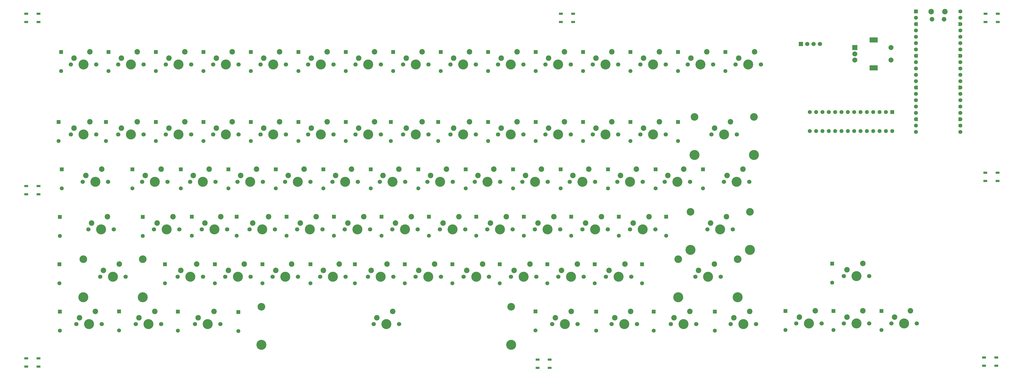
<source format=gbr>
%TF.GenerationSoftware,KiCad,Pcbnew,9.0.2*%
%TF.CreationDate,2025-06-29T16:27:35+05:30*%
%TF.ProjectId,Mechatron Schematic,4d656368-6174-4726-9f6e-20536368656d,rev?*%
%TF.SameCoordinates,Original*%
%TF.FileFunction,Soldermask,Bot*%
%TF.FilePolarity,Negative*%
%FSLAX46Y46*%
G04 Gerber Fmt 4.6, Leading zero omitted, Abs format (unit mm)*
G04 Created by KiCad (PCBNEW 9.0.2) date 2025-06-29 16:27:35*
%MOMM*%
%LPD*%
G01*
G04 APERTURE LIST*
G04 Aperture macros list*
%AMRoundRect*
0 Rectangle with rounded corners*
0 $1 Rounding radius*
0 $2 $3 $4 $5 $6 $7 $8 $9 X,Y pos of 4 corners*
0 Add a 4 corners polygon primitive as box body*
4,1,4,$2,$3,$4,$5,$6,$7,$8,$9,$2,$3,0*
0 Add four circle primitives for the rounded corners*
1,1,$1+$1,$2,$3*
1,1,$1+$1,$4,$5*
1,1,$1+$1,$6,$7*
1,1,$1+$1,$8,$9*
0 Add four rect primitives between the rounded corners*
20,1,$1+$1,$2,$3,$4,$5,0*
20,1,$1+$1,$4,$5,$6,$7,0*
20,1,$1+$1,$6,$7,$8,$9,0*
20,1,$1+$1,$8,$9,$2,$3,0*%
%AMFreePoly0*
4,1,37,0.603843,0.796157,0.639018,0.796157,0.711114,0.766294,0.766294,0.711114,0.796157,0.639018,0.796157,0.603843,0.800000,0.600000,0.800000,-0.600000,0.796157,-0.603843,0.796157,-0.639018,0.766294,-0.711114,0.711114,-0.766294,0.639018,-0.796157,0.603843,-0.796157,0.600000,-0.800000,0.000000,-0.800000,0.000000,-0.796148,-0.078414,-0.796148,-0.232228,-0.765552,-0.377117,-0.705537,
-0.507515,-0.618408,-0.618408,-0.507515,-0.705537,-0.377117,-0.765552,-0.232228,-0.796148,-0.078414,-0.796148,0.078414,-0.765552,0.232228,-0.705537,0.377117,-0.618408,0.507515,-0.507515,0.618408,-0.377117,0.705537,-0.232228,0.765552,-0.078414,0.796148,0.000000,0.796148,0.000000,0.800000,0.600000,0.800000,0.603843,0.796157,0.603843,0.796157,$1*%
%AMFreePoly1*
4,1,37,0.000000,0.796148,0.078414,0.796148,0.232228,0.765552,0.377117,0.705537,0.507515,0.618408,0.618408,0.507515,0.705537,0.377117,0.765552,0.232228,0.796148,0.078414,0.796148,-0.078414,0.765552,-0.232228,0.705537,-0.377117,0.618408,-0.507515,0.507515,-0.618408,0.377117,-0.705537,0.232228,-0.765552,0.078414,-0.796148,0.000000,-0.796148,0.000000,-0.800000,-0.600000,-0.800000,
-0.603843,-0.796157,-0.639018,-0.796157,-0.711114,-0.766294,-0.766294,-0.711114,-0.796157,-0.639018,-0.796157,-0.603843,-0.800000,-0.600000,-0.800000,0.600000,-0.796157,0.603843,-0.796157,0.639018,-0.766294,0.711114,-0.711114,0.766294,-0.639018,0.796157,-0.603843,0.796157,-0.600000,0.800000,0.000000,0.800000,0.000000,0.796148,0.000000,0.796148,$1*%
G04 Aperture macros list end*
%ADD10C,1.700000*%
%ADD11C,4.000000*%
%ADD12C,2.200000*%
%ADD13C,3.050000*%
%ADD14C,1.850000*%
%ADD15RoundRect,0.200000X-0.600000X-0.600000X0.600000X-0.600000X0.600000X0.600000X-0.600000X0.600000X0*%
%ADD16C,1.600000*%
%ADD17FreePoly0,0.000000*%
%ADD18FreePoly1,0.000000*%
%ADD19RoundRect,0.250000X-0.550000X0.550000X-0.550000X-0.550000X0.550000X-0.550000X0.550000X0.550000X0*%
%ADD20R,2.000000X2.000000*%
%ADD21C,2.000000*%
%ADD22R,3.200000X2.000000*%
%ADD23R,1.700000X1.700000*%
%ADD24RoundRect,0.090000X0.660000X0.360000X-0.660000X0.360000X-0.660000X-0.360000X0.660000X-0.360000X0*%
G04 APERTURE END LIST*
D10*
%TO.C,SW34*%
X200670000Y-217000000D03*
D11*
X205750000Y-217000000D03*
D10*
X210830000Y-217000000D03*
D12*
X208290000Y-211920000D03*
X201940000Y-214460000D03*
%TD*%
D10*
%TO.C,SW47*%
X186440000Y-236000000D03*
D11*
X191520000Y-236000000D03*
D10*
X196600000Y-236000000D03*
D12*
X194060000Y-230920000D03*
X187710000Y-233460000D03*
%TD*%
D10*
%TO.C,SW6*%
X209920000Y-170000000D03*
D11*
X215000000Y-170000000D03*
D10*
X220080000Y-170000000D03*
D12*
X217540000Y-164920000D03*
X211190000Y-167460000D03*
%TD*%
D13*
%TO.C,SW57*%
X119900000Y-248000000D03*
D11*
X119900000Y-263240000D03*
D10*
X126720000Y-255000000D03*
D11*
X131800000Y-255000000D03*
D10*
X136880000Y-255000000D03*
D13*
X143700000Y-248000000D03*
D11*
X143700000Y-263240000D03*
D12*
X134340000Y-249920000D03*
X127990000Y-252460000D03*
%TD*%
D10*
%TO.C,SW80*%
X443420000Y-273750000D03*
D11*
X448500000Y-273750000D03*
D10*
X453580000Y-273750000D03*
D12*
X451040000Y-268670000D03*
X444690000Y-271210000D03*
%TD*%
D10*
%TO.C,SW21*%
X209920000Y-198000000D03*
D11*
X215000000Y-198000000D03*
D10*
X220080000Y-198000000D03*
D12*
X217540000Y-192920000D03*
X211190000Y-195460000D03*
%TD*%
D13*
%TO.C,SW56*%
X363000000Y-229042500D03*
D11*
X363000000Y-244282500D03*
D10*
X369820000Y-236042500D03*
D11*
X374900000Y-236042500D03*
D10*
X379980000Y-236042500D03*
D13*
X386800000Y-229042500D03*
D11*
X386800000Y-244282500D03*
D12*
X377440000Y-230962500D03*
X371090000Y-233502500D03*
%TD*%
D10*
%TO.C,SW10*%
X285920000Y-170000000D03*
D11*
X291000000Y-170000000D03*
D10*
X296080000Y-170000000D03*
D12*
X293540000Y-164920000D03*
X287190000Y-167460000D03*
%TD*%
D10*
%TO.C,SW18*%
X152920000Y-198000000D03*
D11*
X158000000Y-198000000D03*
D10*
X163080000Y-198000000D03*
D12*
X160540000Y-192920000D03*
X154190000Y-195460000D03*
%TD*%
D10*
%TO.C,SW63*%
X252920000Y-255007500D03*
D11*
X258000000Y-255007500D03*
D10*
X263080000Y-255007500D03*
D12*
X260540000Y-249927500D03*
X254190000Y-252467500D03*
%TD*%
D10*
%TO.C,SW58*%
X157720000Y-255000000D03*
D11*
X162800000Y-255000000D03*
D10*
X167880000Y-255000000D03*
D12*
X165340000Y-249920000D03*
X158990000Y-252460000D03*
%TD*%
D10*
%TO.C,SW44*%
X121920000Y-236000000D03*
D11*
X127000000Y-236000000D03*
D10*
X132080000Y-236000000D03*
D12*
X129540000Y-230920000D03*
X123190000Y-233460000D03*
%TD*%
D10*
%TO.C,SW4*%
X171920000Y-170000000D03*
D11*
X177000000Y-170000000D03*
D10*
X182080000Y-170000000D03*
D12*
X179540000Y-164920000D03*
X173190000Y-167460000D03*
%TD*%
D10*
%TO.C,SW78*%
X405340000Y-273750000D03*
D11*
X410420000Y-273750000D03*
D10*
X415500000Y-273750000D03*
D12*
X412960000Y-268670000D03*
X406610000Y-271210000D03*
%TD*%
D10*
%TO.C,SW52*%
X281680000Y-236000000D03*
D11*
X286760000Y-236000000D03*
D10*
X291840000Y-236000000D03*
D12*
X289300000Y-230920000D03*
X282950000Y-233460000D03*
%TD*%
D10*
%TO.C,SW42*%
X352670000Y-217000000D03*
D11*
X357750000Y-217000000D03*
D10*
X362830000Y-217000000D03*
D12*
X360290000Y-211920000D03*
X353940000Y-214460000D03*
%TD*%
D10*
%TO.C,SW5*%
X190920000Y-170000000D03*
D11*
X196000000Y-170000000D03*
D10*
X201080000Y-170000000D03*
D12*
X198540000Y-164920000D03*
X192190000Y-167460000D03*
%TD*%
D10*
%TO.C,SW38*%
X276670000Y-217000000D03*
D11*
X281750000Y-217000000D03*
D10*
X286830000Y-217000000D03*
D12*
X284290000Y-211920000D03*
X277940000Y-214460000D03*
%TD*%
D13*
%TO.C,SW73*%
X191250000Y-267000000D03*
D11*
X191250000Y-282240000D03*
D10*
X236170000Y-274000000D03*
D11*
X241250000Y-274000000D03*
D10*
X246330000Y-274000000D03*
D13*
X291250000Y-267000000D03*
D11*
X291250000Y-282240000D03*
D12*
X243790000Y-268920000D03*
X237440000Y-271460000D03*
%TD*%
D10*
%TO.C,SW66*%
X310120000Y-255007500D03*
D11*
X315200000Y-255007500D03*
D10*
X320280000Y-255007500D03*
D12*
X317740000Y-249927500D03*
X311390000Y-252467500D03*
%TD*%
D10*
%TO.C,SW25*%
X285920000Y-198000000D03*
D11*
X291000000Y-198000000D03*
D10*
X296080000Y-198000000D03*
D12*
X293540000Y-192920000D03*
X287190000Y-195460000D03*
%TD*%
D10*
%TO.C,SW8*%
X247920000Y-170000000D03*
D11*
X253000000Y-170000000D03*
D10*
X258080000Y-170000000D03*
D12*
X255540000Y-164920000D03*
X249190000Y-167460000D03*
%TD*%
D10*
%TO.C,SW26*%
X304920000Y-198000000D03*
D11*
X310000000Y-198000000D03*
D10*
X315080000Y-198000000D03*
D12*
X312540000Y-192920000D03*
X306190000Y-195460000D03*
%TD*%
D10*
%TO.C,SW46*%
X167340000Y-236000000D03*
D11*
X172420000Y-236000000D03*
D10*
X177500000Y-236000000D03*
D12*
X174960000Y-230920000D03*
X168610000Y-233460000D03*
%TD*%
D10*
%TO.C,SW53*%
X300730000Y-236050000D03*
D11*
X305810000Y-236050000D03*
D10*
X310890000Y-236050000D03*
D12*
X308350000Y-230970000D03*
X302000000Y-233510000D03*
%TD*%
D10*
%TO.C,SW16*%
X114920000Y-198000000D03*
D11*
X120000000Y-198000000D03*
D10*
X125080000Y-198000000D03*
D12*
X122540000Y-192920000D03*
X116190000Y-195460000D03*
%TD*%
%TO.C,A1*%
X459385000Y-148870000D03*
D14*
X459685000Y-151900000D03*
X464535000Y-151900000D03*
D12*
X464835000Y-148870000D03*
D15*
X453220000Y-148740000D03*
D16*
X453220000Y-151280000D03*
D17*
X453220000Y-153820000D03*
D16*
X453220000Y-156360000D03*
X453220000Y-158900000D03*
X453220000Y-161440000D03*
X453220000Y-163980000D03*
D17*
X453220000Y-166520000D03*
D16*
X453220000Y-169060000D03*
X453220000Y-171600000D03*
X453220000Y-174140000D03*
X453220000Y-176680000D03*
D17*
X453220000Y-179220000D03*
D16*
X453220000Y-181760000D03*
X453220000Y-184300000D03*
X453220000Y-186840000D03*
X453220000Y-189380000D03*
D17*
X453220000Y-191920000D03*
D16*
X453220000Y-194460000D03*
X453220000Y-197000000D03*
X471000000Y-197000000D03*
X471000000Y-194460000D03*
D18*
X471000000Y-191920000D03*
D16*
X471000000Y-189380000D03*
X471000000Y-186840000D03*
X471000000Y-184300000D03*
X471000000Y-181760000D03*
D18*
X471000000Y-179220000D03*
D16*
X471000000Y-176680000D03*
X471000000Y-174140000D03*
X471000000Y-171600000D03*
X471000000Y-169060000D03*
D18*
X471000000Y-166520000D03*
D16*
X471000000Y-163980000D03*
X471000000Y-161440000D03*
X471000000Y-158900000D03*
X471000000Y-156360000D03*
D18*
X471000000Y-153820000D03*
D16*
X471000000Y-151280000D03*
X471000000Y-148740000D03*
%TD*%
D10*
%TO.C,SW51*%
X262640000Y-236050000D03*
D11*
X267720000Y-236050000D03*
D10*
X272800000Y-236050000D03*
D12*
X270260000Y-230970000D03*
X263910000Y-233510000D03*
%TD*%
D10*
%TO.C,SW31*%
X143500000Y-217000000D03*
D11*
X148580000Y-217000000D03*
D10*
X153660000Y-217000000D03*
D12*
X151120000Y-211920000D03*
X144770000Y-214460000D03*
%TD*%
D10*
%TO.C,SW33*%
X181670000Y-217000000D03*
D11*
X186750000Y-217000000D03*
D10*
X191830000Y-217000000D03*
D12*
X189290000Y-211920000D03*
X182940000Y-214460000D03*
%TD*%
D10*
%TO.C,SW2*%
X133920000Y-170000000D03*
D11*
X139000000Y-170000000D03*
D10*
X144080000Y-170000000D03*
D12*
X141540000Y-164920000D03*
X135190000Y-167460000D03*
%TD*%
D10*
%TO.C,SW9*%
X266920000Y-170000000D03*
D11*
X272000000Y-170000000D03*
D10*
X277080000Y-170000000D03*
D12*
X274540000Y-164920000D03*
X268190000Y-167460000D03*
%TD*%
D10*
%TO.C,SW79*%
X424420000Y-273750000D03*
D11*
X429500000Y-273750000D03*
D10*
X434580000Y-273750000D03*
D12*
X432040000Y-268670000D03*
X425690000Y-271210000D03*
%TD*%
D10*
%TO.C,SW45*%
X148170000Y-236000000D03*
D11*
X153250000Y-236000000D03*
D10*
X158330000Y-236000000D03*
D12*
X155790000Y-230920000D03*
X149440000Y-233460000D03*
%TD*%
D10*
%TO.C,SW48*%
X205540000Y-236000000D03*
D11*
X210620000Y-236000000D03*
D10*
X215700000Y-236000000D03*
D12*
X213160000Y-230920000D03*
X206810000Y-233460000D03*
%TD*%
D10*
%TO.C,SW54*%
X319740000Y-236050000D03*
D11*
X324820000Y-236050000D03*
D10*
X329900000Y-236050000D03*
D12*
X327360000Y-230970000D03*
X321010000Y-233510000D03*
%TD*%
D10*
%TO.C,SW41*%
X333670000Y-217000000D03*
D11*
X338750000Y-217000000D03*
D10*
X343830000Y-217000000D03*
D12*
X341290000Y-211920000D03*
X334940000Y-214460000D03*
%TD*%
D10*
%TO.C,SW76*%
X355170000Y-274000000D03*
D11*
X360250000Y-274000000D03*
D10*
X365330000Y-274000000D03*
D12*
X362790000Y-268920000D03*
X356440000Y-271460000D03*
%TD*%
D10*
%TO.C,SW49*%
X224590000Y-236050000D03*
D11*
X229670000Y-236050000D03*
D10*
X234750000Y-236050000D03*
D12*
X232210000Y-230970000D03*
X225860000Y-233510000D03*
%TD*%
D10*
%TO.C,SW67*%
X329120000Y-255007500D03*
D11*
X334200000Y-255007500D03*
D10*
X339280000Y-255007500D03*
D12*
X336740000Y-249927500D03*
X330390000Y-252467500D03*
%TD*%
D10*
%TO.C,SW55*%
X338810000Y-236050000D03*
D11*
X343890000Y-236050000D03*
D10*
X348970000Y-236050000D03*
D12*
X346430000Y-230970000D03*
X340080000Y-233510000D03*
%TD*%
D10*
%TO.C,SW74*%
X307670000Y-274000000D03*
D11*
X312750000Y-274000000D03*
D10*
X317830000Y-274000000D03*
D12*
X315290000Y-268920000D03*
X308940000Y-271460000D03*
%TD*%
D10*
%TO.C,SW70*%
X117170000Y-274000000D03*
D11*
X122250000Y-274000000D03*
D10*
X127330000Y-274000000D03*
D12*
X124790000Y-268920000D03*
X118440000Y-271460000D03*
%TD*%
D10*
%TO.C,SW60*%
X195720000Y-255000000D03*
D11*
X200800000Y-255000000D03*
D10*
X205880000Y-255000000D03*
D12*
X203340000Y-249920000D03*
X196990000Y-252460000D03*
%TD*%
D10*
%TO.C,SW75*%
X331420000Y-274000000D03*
D11*
X336500000Y-274000000D03*
D10*
X341580000Y-274000000D03*
D12*
X339040000Y-268920000D03*
X332690000Y-271460000D03*
%TD*%
D10*
%TO.C,SW23*%
X247920000Y-198000000D03*
D11*
X253000000Y-198000000D03*
D10*
X258080000Y-198000000D03*
D12*
X255540000Y-192920000D03*
X249190000Y-195460000D03*
%TD*%
D19*
%TO.C,U1*%
X443780000Y-189050000D03*
D16*
X441240000Y-189050000D03*
X438700000Y-189050000D03*
X436160000Y-189050000D03*
X433620000Y-189050000D03*
X431080000Y-189050000D03*
X428540000Y-189050000D03*
X426000000Y-189050000D03*
X423460000Y-189050000D03*
X420920000Y-189050000D03*
X418380000Y-189050000D03*
X415840000Y-189050000D03*
X413300000Y-189050000D03*
X410760000Y-189050000D03*
X410760000Y-196670000D03*
X413300000Y-196670000D03*
X415840000Y-196670000D03*
X418380000Y-196670000D03*
X420920000Y-196670000D03*
X423460000Y-196670000D03*
X426000000Y-196670000D03*
X428540000Y-196670000D03*
X431080000Y-196670000D03*
X433620000Y-196670000D03*
X436160000Y-196670000D03*
X438700000Y-196670000D03*
X441240000Y-196670000D03*
X443780000Y-196670000D03*
%TD*%
D13*
%TO.C,SW68*%
X358100000Y-248000000D03*
D11*
X358100000Y-263240000D03*
D10*
X364920000Y-255000000D03*
D11*
X370000000Y-255000000D03*
D10*
X375080000Y-255000000D03*
D13*
X381900000Y-248000000D03*
D11*
X381900000Y-263240000D03*
D12*
X372540000Y-249920000D03*
X366190000Y-252460000D03*
%TD*%
D10*
%TO.C,SW50*%
X243640000Y-236000000D03*
D11*
X248720000Y-236000000D03*
D10*
X253800000Y-236000000D03*
D12*
X251260000Y-230920000D03*
X244910000Y-233460000D03*
%TD*%
D10*
%TO.C,SW72*%
X164670000Y-274000000D03*
D11*
X169750000Y-274000000D03*
D10*
X174830000Y-274000000D03*
D12*
X172290000Y-268920000D03*
X165940000Y-271460000D03*
%TD*%
D10*
%TO.C,SW65*%
X291120000Y-255000000D03*
D11*
X296200000Y-255000000D03*
D10*
X301280000Y-255000000D03*
D12*
X298740000Y-249920000D03*
X292390000Y-252460000D03*
%TD*%
D10*
%TO.C,SW37*%
X257670000Y-217000000D03*
D11*
X262750000Y-217000000D03*
D10*
X267830000Y-217000000D03*
D12*
X265290000Y-211920000D03*
X258940000Y-214460000D03*
%TD*%
D10*
%TO.C,SW30*%
X119670000Y-217000000D03*
D11*
X124750000Y-217000000D03*
D10*
X129830000Y-217000000D03*
D12*
X127290000Y-211920000D03*
X120940000Y-214460000D03*
%TD*%
D10*
%TO.C,SW27*%
X323920000Y-198000000D03*
D11*
X329000000Y-198000000D03*
D10*
X334080000Y-198000000D03*
D12*
X331540000Y-192920000D03*
X325190000Y-195460000D03*
%TD*%
D10*
%TO.C,SW62*%
X233920000Y-255000000D03*
D11*
X239000000Y-255000000D03*
D10*
X244080000Y-255000000D03*
D12*
X241540000Y-249920000D03*
X235190000Y-252460000D03*
%TD*%
D10*
%TO.C,SW32*%
X162670000Y-217000000D03*
D11*
X167750000Y-217000000D03*
D10*
X172830000Y-217000000D03*
D12*
X170290000Y-211920000D03*
X163940000Y-214460000D03*
%TD*%
D10*
%TO.C,SW61*%
X214720000Y-255000000D03*
D11*
X219800000Y-255000000D03*
D10*
X224880000Y-255000000D03*
D12*
X222340000Y-249920000D03*
X215990000Y-252460000D03*
%TD*%
D10*
%TO.C,SW43*%
X376420000Y-217000000D03*
D11*
X381500000Y-217000000D03*
D10*
X386580000Y-217000000D03*
D12*
X384040000Y-211920000D03*
X377690000Y-214460000D03*
%TD*%
D10*
%TO.C,SW17*%
X133920000Y-198000000D03*
D11*
X139000000Y-198000000D03*
D10*
X144080000Y-198000000D03*
D12*
X141540000Y-192920000D03*
X135190000Y-195460000D03*
%TD*%
D20*
%TO.C,SW91*%
X428800000Y-163250000D03*
D21*
X428800000Y-168250000D03*
X428800000Y-165750000D03*
D22*
X436300000Y-160150000D03*
X436300000Y-171350000D03*
D21*
X443300000Y-168250000D03*
X443300000Y-163250000D03*
%TD*%
D10*
%TO.C,SW64*%
X272120000Y-255007500D03*
D11*
X277200000Y-255007500D03*
D10*
X282280000Y-255007500D03*
D12*
X279740000Y-249927500D03*
X273390000Y-252467500D03*
%TD*%
D10*
%TO.C,SW28*%
X342920000Y-198000000D03*
D11*
X348000000Y-198000000D03*
D10*
X353080000Y-198000000D03*
D12*
X350540000Y-192920000D03*
X344190000Y-195460000D03*
%TD*%
D10*
%TO.C,SW40*%
X314670000Y-217000000D03*
D11*
X319750000Y-217000000D03*
D10*
X324830000Y-217000000D03*
D12*
X322290000Y-211920000D03*
X315940000Y-214460000D03*
%TD*%
D10*
%TO.C,SW22*%
X228920000Y-198000000D03*
D11*
X234000000Y-198000000D03*
D10*
X239080000Y-198000000D03*
D12*
X236540000Y-192920000D03*
X230190000Y-195460000D03*
%TD*%
D10*
%TO.C,SW39*%
X295670000Y-217000000D03*
D11*
X300750000Y-217000000D03*
D10*
X305830000Y-217000000D03*
D12*
X303290000Y-211920000D03*
X296940000Y-214460000D03*
%TD*%
D10*
%TO.C,SW15*%
X381000000Y-170000000D03*
D11*
X386080000Y-170000000D03*
D10*
X391160000Y-170000000D03*
D12*
X388620000Y-164920000D03*
X382270000Y-167460000D03*
%TD*%
D10*
%TO.C,SW12*%
X323920000Y-170000000D03*
D11*
X329000000Y-170000000D03*
D10*
X334080000Y-170000000D03*
D12*
X331540000Y-164920000D03*
X325190000Y-167460000D03*
%TD*%
D10*
%TO.C,SW3*%
X152920000Y-170000000D03*
D11*
X158000000Y-170000000D03*
D10*
X163080000Y-170000000D03*
D12*
X160540000Y-164920000D03*
X154190000Y-167460000D03*
%TD*%
D10*
%TO.C,SW1*%
X114920000Y-170000000D03*
D11*
X120000000Y-170000000D03*
D10*
X125080000Y-170000000D03*
D12*
X122540000Y-164920000D03*
X116190000Y-167460000D03*
%TD*%
D23*
%TO.C,J1*%
X407240000Y-161800000D03*
D10*
X409780000Y-161800000D03*
X412320000Y-161800000D03*
X414860000Y-161800000D03*
%TD*%
%TO.C,SW24*%
X266920000Y-198000000D03*
D11*
X272000000Y-198000000D03*
D10*
X277080000Y-198000000D03*
D12*
X274540000Y-192920000D03*
X268190000Y-195460000D03*
%TD*%
D10*
%TO.C,SW20*%
X190920000Y-198000000D03*
D11*
X196000000Y-198000000D03*
D10*
X201080000Y-198000000D03*
D12*
X198540000Y-192920000D03*
X192190000Y-195460000D03*
%TD*%
D10*
%TO.C,SW69*%
X424420000Y-254750000D03*
D11*
X429500000Y-254750000D03*
D10*
X434580000Y-254750000D03*
D12*
X432040000Y-249670000D03*
X425690000Y-252210000D03*
%TD*%
D10*
%TO.C,SW71*%
X140920000Y-274000000D03*
D11*
X146000000Y-274000000D03*
D10*
X151080000Y-274000000D03*
D12*
X148540000Y-268920000D03*
X142190000Y-271460000D03*
%TD*%
D10*
%TO.C,SW19*%
X171920000Y-198000000D03*
D11*
X177000000Y-198000000D03*
D10*
X182080000Y-198000000D03*
D12*
X179540000Y-192920000D03*
X173190000Y-195460000D03*
%TD*%
D10*
%TO.C,SW13*%
X342920000Y-170000000D03*
D11*
X348000000Y-170000000D03*
D10*
X353080000Y-170000000D03*
D12*
X350540000Y-164920000D03*
X344190000Y-167460000D03*
%TD*%
D10*
%TO.C,SW35*%
X219670000Y-217000000D03*
D11*
X224750000Y-217000000D03*
D10*
X229830000Y-217000000D03*
D12*
X227290000Y-211920000D03*
X220940000Y-214460000D03*
%TD*%
D10*
%TO.C,SW77*%
X379090000Y-274000000D03*
D11*
X384170000Y-274000000D03*
D10*
X389250000Y-274000000D03*
D12*
X386710000Y-268920000D03*
X380360000Y-271460000D03*
%TD*%
D13*
%TO.C,SW29*%
X364600000Y-191000000D03*
D11*
X364600000Y-206240000D03*
D10*
X371420000Y-198000000D03*
D11*
X376500000Y-198000000D03*
D10*
X381580000Y-198000000D03*
D13*
X388400000Y-191000000D03*
D11*
X388400000Y-206240000D03*
D12*
X379040000Y-192920000D03*
X372690000Y-195460000D03*
%TD*%
D10*
%TO.C,SW59*%
X176720000Y-255000000D03*
D11*
X181800000Y-255000000D03*
D10*
X186880000Y-255000000D03*
D12*
X184340000Y-249920000D03*
X177990000Y-252460000D03*
%TD*%
D10*
%TO.C,SW7*%
X228920000Y-170000000D03*
D11*
X234000000Y-170000000D03*
D10*
X239080000Y-170000000D03*
D12*
X236540000Y-164920000D03*
X230190000Y-167460000D03*
%TD*%
D10*
%TO.C,SW11*%
X304920000Y-170000000D03*
D11*
X310000000Y-170000000D03*
D10*
X315080000Y-170000000D03*
D12*
X312540000Y-164920000D03*
X306190000Y-167460000D03*
%TD*%
D10*
%TO.C,SW36*%
X238670000Y-217000000D03*
D11*
X243750000Y-217000000D03*
D10*
X248830000Y-217000000D03*
D12*
X246290000Y-211920000D03*
X239940000Y-214460000D03*
%TD*%
D10*
%TO.C,SW14*%
X361920000Y-170000000D03*
D11*
X367000000Y-170000000D03*
D10*
X372080000Y-170000000D03*
D12*
X369540000Y-164920000D03*
X363190000Y-167460000D03*
%TD*%
D19*
%TO.C,D46*%
X163320000Y-230950000D03*
D16*
X163320000Y-238570000D03*
%TD*%
D19*
%TO.C,D45*%
X143750000Y-231000000D03*
D16*
X143750000Y-238620000D03*
%TD*%
D19*
%TO.C,D29*%
X358000000Y-193000000D03*
D16*
X358000000Y-200620000D03*
%TD*%
D19*
%TO.C,D41*%
X330000000Y-212000000D03*
D16*
X330000000Y-219620000D03*
%TD*%
D19*
%TO.C,D6*%
X206000000Y-165000000D03*
D16*
X206000000Y-172620000D03*
%TD*%
D19*
%TO.C,D35*%
X216000000Y-212000000D03*
D16*
X216000000Y-219620000D03*
%TD*%
D19*
%TO.C,D30*%
X111250000Y-212000000D03*
D16*
X111250000Y-219620000D03*
%TD*%
D19*
%TO.C,D2*%
X130000000Y-165000000D03*
D16*
X130000000Y-172620000D03*
%TD*%
D19*
%TO.C,D3*%
X149000000Y-165000000D03*
D16*
X149000000Y-172620000D03*
%TD*%
D19*
%TO.C,D69*%
X419750000Y-249750000D03*
D16*
X419750000Y-257370000D03*
%TD*%
D19*
%TO.C,D32*%
X159000000Y-212000000D03*
D16*
X159000000Y-219620000D03*
%TD*%
D19*
%TO.C,D38*%
X273000000Y-212000000D03*
D16*
X273000000Y-219620000D03*
%TD*%
D19*
%TO.C,D26*%
X301000000Y-193000000D03*
D16*
X301000000Y-200620000D03*
%TD*%
D19*
%TO.C,D37*%
X254000000Y-212000000D03*
D16*
X254000000Y-219620000D03*
%TD*%
D19*
%TO.C,D21*%
X206000000Y-193000000D03*
D16*
X206000000Y-200620000D03*
%TD*%
D19*
%TO.C,D61*%
X210900000Y-249965000D03*
D16*
X210900000Y-257585000D03*
%TD*%
D19*
%TO.C,D4*%
X168000000Y-165000000D03*
D16*
X168000000Y-172620000D03*
%TD*%
D19*
%TO.C,D22*%
X225000000Y-193000000D03*
D16*
X225000000Y-200620000D03*
%TD*%
D19*
%TO.C,D17*%
X129000000Y-193000000D03*
D16*
X129000000Y-200620000D03*
%TD*%
D24*
%TO.C,D95*%
X306650000Y-288200000D03*
X306650000Y-291500000D03*
X301750000Y-291500000D03*
X301750000Y-288200000D03*
%TD*%
D19*
%TO.C,D36*%
X235000000Y-212000000D03*
D16*
X235000000Y-219620000D03*
%TD*%
D19*
%TO.C,D74*%
X300960000Y-268920000D03*
D16*
X300960000Y-276540000D03*
%TD*%
D19*
%TO.C,D15*%
X377000000Y-165000000D03*
D16*
X377000000Y-172620000D03*
%TD*%
D19*
%TO.C,D8*%
X244000000Y-165000000D03*
D16*
X244000000Y-172620000D03*
%TD*%
D19*
%TO.C,D12*%
X320000000Y-165000000D03*
D16*
X320000000Y-172620000D03*
%TD*%
D19*
%TO.C,D78*%
X401000000Y-268750000D03*
D16*
X401000000Y-276370000D03*
%TD*%
D19*
%TO.C,D47*%
X181270000Y-230950000D03*
D16*
X181270000Y-238570000D03*
%TD*%
D19*
%TO.C,D27*%
X320000000Y-193000000D03*
D16*
X320000000Y-200620000D03*
%TD*%
D19*
%TO.C,D60*%
X191600000Y-249980000D03*
D16*
X191600000Y-257600000D03*
%TD*%
D19*
%TO.C,D62*%
X228650000Y-249965000D03*
D16*
X228650000Y-257585000D03*
%TD*%
D19*
%TO.C,D50*%
X239270000Y-230950000D03*
D16*
X239270000Y-238570000D03*
%TD*%
D19*
%TO.C,D63*%
X248650000Y-249965000D03*
D16*
X248650000Y-257585000D03*
%TD*%
D19*
%TO.C,D58*%
X152600000Y-250000000D03*
D16*
X152600000Y-257620000D03*
%TD*%
D19*
%TO.C,D75*%
X325250000Y-269000000D03*
D16*
X325250000Y-276620000D03*
%TD*%
D19*
%TO.C,D28*%
X339000000Y-193000000D03*
D16*
X339000000Y-200620000D03*
%TD*%
D19*
%TO.C,D42*%
X349000000Y-212000000D03*
D16*
X349000000Y-219620000D03*
%TD*%
D24*
%TO.C,D93*%
X102000000Y-218700000D03*
X102000000Y-222000000D03*
X97100000Y-222000000D03*
X97100000Y-218700000D03*
%TD*%
%TO.C,D98*%
X485950000Y-213350000D03*
X485950000Y-216650000D03*
X481050000Y-216650000D03*
X481050000Y-213350000D03*
%TD*%
%TO.C,D91*%
X316000000Y-149700000D03*
X316000000Y-153000000D03*
X311100000Y-153000000D03*
X311100000Y-149700000D03*
%TD*%
D19*
%TO.C,D7*%
X225000000Y-165000000D03*
D16*
X225000000Y-172620000D03*
%TD*%
D24*
%TO.C,D97*%
X486000000Y-149700000D03*
X486000000Y-153000000D03*
X481100000Y-153000000D03*
X481100000Y-149700000D03*
%TD*%
D19*
%TO.C,D57*%
X110400000Y-250000000D03*
D16*
X110400000Y-257620000D03*
%TD*%
D19*
%TO.C,D71*%
X134250000Y-268920000D03*
D16*
X134250000Y-276540000D03*
%TD*%
D19*
%TO.C,D14*%
X358000000Y-165000000D03*
D16*
X358000000Y-172620000D03*
%TD*%
D19*
%TO.C,D43*%
X368000000Y-212000000D03*
D16*
X368000000Y-219620000D03*
%TD*%
D19*
%TO.C,D25*%
X282000000Y-193000000D03*
D16*
X282000000Y-200620000D03*
%TD*%
D19*
%TO.C,D67*%
X324650000Y-249965000D03*
D16*
X324650000Y-257585000D03*
%TD*%
D19*
%TO.C,D51*%
X258270000Y-230950000D03*
D16*
X258270000Y-238570000D03*
%TD*%
D19*
%TO.C,D52*%
X277270000Y-230950000D03*
D16*
X277270000Y-238570000D03*
%TD*%
D19*
%TO.C,D24*%
X262000000Y-193000000D03*
D16*
X262000000Y-200620000D03*
%TD*%
D19*
%TO.C,D80*%
X439500000Y-268750000D03*
D16*
X439500000Y-276370000D03*
%TD*%
D24*
%TO.C,D96*%
X485450000Y-287350000D03*
X485450000Y-290650000D03*
X480550000Y-290650000D03*
X480550000Y-287350000D03*
%TD*%
D19*
%TO.C,D56*%
X353270000Y-230950000D03*
D16*
X353270000Y-238570000D03*
%TD*%
D19*
%TO.C,D68*%
X343650000Y-249965000D03*
D16*
X343650000Y-257585000D03*
%TD*%
D19*
%TO.C,D18*%
X149000000Y-193000000D03*
D16*
X149000000Y-200620000D03*
%TD*%
D19*
%TO.C,D48*%
X201270000Y-230950000D03*
D16*
X201270000Y-238570000D03*
%TD*%
D19*
%TO.C,D13*%
X339000000Y-165000000D03*
D16*
X339000000Y-172620000D03*
%TD*%
D19*
%TO.C,D73*%
X182000000Y-269130000D03*
D16*
X182000000Y-276750000D03*
%TD*%
D19*
%TO.C,D72*%
X157750000Y-269000000D03*
D16*
X157750000Y-276620000D03*
%TD*%
D24*
%TO.C,D94*%
X101980000Y-287700000D03*
X101980000Y-291000000D03*
X97080000Y-291000000D03*
X97080000Y-287700000D03*
%TD*%
D19*
%TO.C,D59*%
X172600000Y-250000000D03*
D16*
X172600000Y-257620000D03*
%TD*%
D19*
%TO.C,D11*%
X301000000Y-165000000D03*
D16*
X301000000Y-172620000D03*
%TD*%
D19*
%TO.C,D19*%
X168000000Y-193000000D03*
D16*
X168000000Y-200620000D03*
%TD*%
D19*
%TO.C,D79*%
X420250000Y-268750000D03*
D16*
X420250000Y-276370000D03*
%TD*%
D19*
%TO.C,D49*%
X220270000Y-230950000D03*
D16*
X220270000Y-238570000D03*
%TD*%
D19*
%TO.C,D9*%
X263000000Y-165000000D03*
D16*
X263000000Y-172620000D03*
%TD*%
D19*
%TO.C,D65*%
X286650000Y-249965000D03*
D16*
X286650000Y-257585000D03*
%TD*%
D19*
%TO.C,D40*%
X311000000Y-212000000D03*
D16*
X311000000Y-219620000D03*
%TD*%
D19*
%TO.C,D31*%
X139580000Y-212000000D03*
D16*
X139580000Y-219620000D03*
%TD*%
D19*
%TO.C,D1*%
X111000000Y-165000000D03*
D16*
X111000000Y-172620000D03*
%TD*%
D19*
%TO.C,D23*%
X243000000Y-193000000D03*
D16*
X243000000Y-200620000D03*
%TD*%
D19*
%TO.C,D55*%
X334270000Y-230950000D03*
D16*
X334270000Y-238570000D03*
%TD*%
D24*
%TO.C,D92*%
X102000000Y-149700000D03*
X102000000Y-153000000D03*
X97100000Y-153000000D03*
X97100000Y-149700000D03*
%TD*%
D19*
%TO.C,D76*%
X348250000Y-269000000D03*
D16*
X348250000Y-276620000D03*
%TD*%
D19*
%TO.C,D33*%
X178000000Y-212000000D03*
D16*
X178000000Y-219620000D03*
%TD*%
D19*
%TO.C,D66*%
X305650000Y-249965000D03*
D16*
X305650000Y-257585000D03*
%TD*%
D19*
%TO.C,D34*%
X197000000Y-212000000D03*
D16*
X197000000Y-219620000D03*
%TD*%
D19*
%TO.C,D10*%
X282000000Y-165000000D03*
D16*
X282000000Y-172620000D03*
%TD*%
D19*
%TO.C,D64*%
X267650000Y-249965000D03*
D16*
X267650000Y-257585000D03*
%TD*%
D19*
%TO.C,D16*%
X110000000Y-193000000D03*
D16*
X110000000Y-200620000D03*
%TD*%
D19*
%TO.C,D77*%
X372750000Y-269000000D03*
D16*
X372750000Y-276620000D03*
%TD*%
D19*
%TO.C,D20*%
X187000000Y-193000000D03*
D16*
X187000000Y-200620000D03*
%TD*%
D19*
%TO.C,D5*%
X187000000Y-165000000D03*
D16*
X187000000Y-172620000D03*
%TD*%
D19*
%TO.C,D44*%
X110500000Y-231000000D03*
D16*
X110500000Y-238620000D03*
%TD*%
D19*
%TO.C,D53*%
X296270000Y-230950000D03*
D16*
X296270000Y-238570000D03*
%TD*%
D19*
%TO.C,D39*%
X292000000Y-212000000D03*
D16*
X292000000Y-219620000D03*
%TD*%
D19*
%TO.C,D70*%
X110500000Y-269000000D03*
D16*
X110500000Y-276620000D03*
%TD*%
D19*
%TO.C,D54*%
X315270000Y-230950000D03*
D16*
X315270000Y-238570000D03*
%TD*%
M02*

</source>
